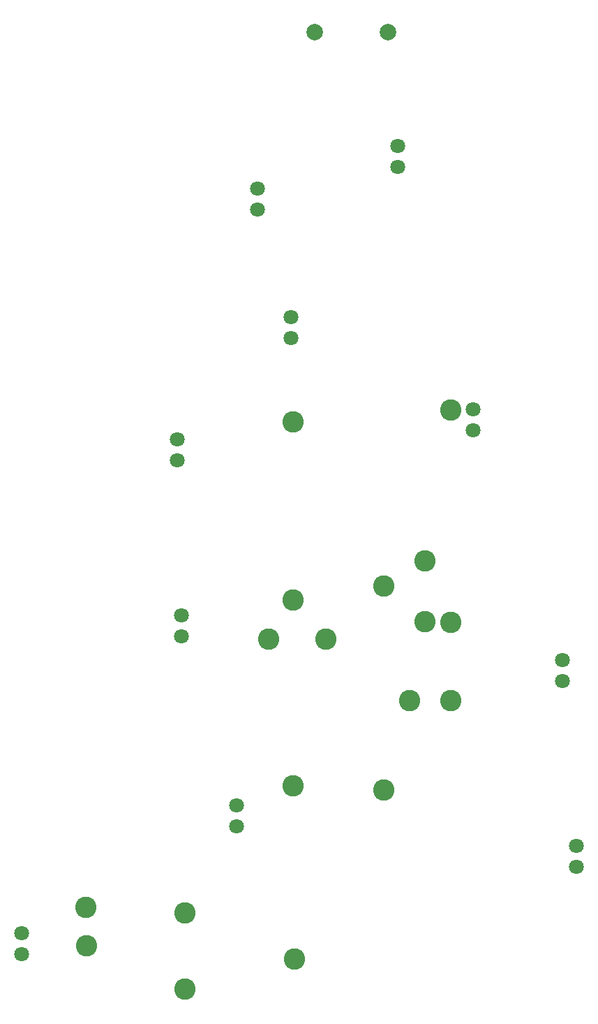
<source format=gbr>
G04 EAGLE Gerber RS-274X export*
G75*
%MOMM*%
%FSLAX34Y34*%
%LPD*%
%INSoldermask Top*%
%IPPOS*%
%AMOC8*
5,1,8,0,0,1.08239X$1,22.5*%
G01*
%ADD10C,2.003200*%
%ADD11C,1.803200*%
%ADD12C,2.603200*%


D10*
X470800Y1391500D03*
D11*
X286600Y454800D03*
X286600Y429400D03*
X214900Y898300D03*
X214900Y872900D03*
X220200Y685100D03*
X220200Y659700D03*
X352700Y1046500D03*
X352700Y1021100D03*
X682700Y605500D03*
X682700Y630900D03*
X482800Y1227900D03*
X482800Y1253300D03*
X312500Y1201800D03*
X312500Y1176400D03*
X699600Y379600D03*
X699600Y405000D03*
X26300Y299300D03*
X26300Y273900D03*
X574100Y909100D03*
X574100Y934500D03*
D10*
X381900Y1391500D03*
D12*
X104000Y331000D03*
X105000Y284000D03*
X516000Y677000D03*
X516000Y751000D03*
X224000Y232000D03*
X224000Y324000D03*
X395000Y656000D03*
X326000Y656000D03*
X497000Y581000D03*
X547000Y581000D03*
X356000Y919000D03*
X356000Y703000D03*
X356000Y478000D03*
X357000Y268000D03*
X547000Y676000D03*
X547000Y934000D03*
X466000Y720000D03*
X466000Y473000D03*
M02*

</source>
